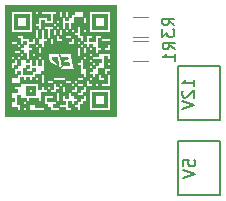
<source format=gbo>
G04 #@! TF.FileFunction,Legend,Bot*
%FSLAX46Y46*%
G04 Gerber Fmt 4.6, Leading zero omitted, Abs format (unit mm)*
G04 Created by KiCad (PCBNEW 4.0.6+dfsg1-1) date Mon Feb 26 15:54:24 2018*
%MOMM*%
%LPD*%
G01*
G04 APERTURE LIST*
%ADD10C,0.100000*%
%ADD11C,0.150000*%
%ADD12C,0.200000*%
%ADD13C,0.120000*%
%ADD14C,0.010000*%
G04 APERTURE END LIST*
D10*
D11*
X17922501Y9534447D02*
X17922501Y10105876D01*
X17922501Y9820162D02*
X16922501Y9820162D01*
X17065358Y9915400D01*
X17160596Y10010638D01*
X17208215Y10105876D01*
X17017739Y9153495D02*
X16970120Y9105876D01*
X16922501Y9010638D01*
X16922501Y8772542D01*
X16970120Y8677304D01*
X17017739Y8629685D01*
X17112977Y8582066D01*
X17208215Y8582066D01*
X17351072Y8629685D01*
X17922501Y9201114D01*
X17922501Y8582066D01*
X16922501Y8296352D02*
X17922501Y7963019D01*
X16922501Y7629685D01*
D12*
X16581120Y4902200D02*
X20137120Y4902200D01*
X20137120Y4902200D02*
X20137120Y330200D01*
X20137120Y330200D02*
X16581120Y330200D01*
X16581120Y330200D02*
X16581120Y4902200D01*
X16581120Y6680200D02*
X20137120Y6680200D01*
X20137120Y6680200D02*
X20137120Y11252200D01*
X20137120Y11252200D02*
X16581120Y11252200D01*
X16581120Y11252200D02*
X16581120Y6680200D01*
D13*
X12806120Y13674200D02*
X14006120Y13674200D01*
X14006120Y15434200D02*
X12806120Y15434200D01*
X12806120Y11642200D02*
X14006120Y11642200D01*
X14006120Y13402200D02*
X12806120Y13402200D01*
D14*
G36*
X1976120Y7061200D02*
X11374120Y7061200D01*
X11374120Y9347200D01*
X10866120Y9347200D01*
X10866120Y7569200D01*
X9088120Y7569200D01*
X9088120Y9347200D01*
X10866120Y9347200D01*
X11374120Y9347200D01*
X11374120Y10617200D01*
X10866120Y10617200D01*
X10866120Y9601200D01*
X10104120Y9601200D01*
X10104120Y9855200D01*
X9850120Y9855200D01*
X9850120Y9601200D01*
X9596120Y9601200D01*
X9596120Y9855200D01*
X9850120Y9855200D01*
X10104120Y9855200D01*
X10612120Y9855200D01*
X10612120Y10363200D01*
X10358120Y10363200D01*
X10358120Y10109200D01*
X9850120Y10109200D01*
X9850120Y10617200D01*
X10104120Y10617200D01*
X10104120Y10363200D01*
X10358120Y10363200D01*
X10612120Y10363200D01*
X10612120Y10617200D01*
X10866120Y10617200D01*
X11374120Y10617200D01*
X11374120Y11125200D01*
X10866120Y11125200D01*
X10866120Y10871200D01*
X10612120Y10871200D01*
X10612120Y10617200D01*
X10358120Y10617200D01*
X10358120Y11125200D01*
X10866120Y11125200D01*
X11374120Y11125200D01*
X11374120Y11633200D01*
X10866120Y11633200D01*
X10866120Y11379200D01*
X10612120Y11379200D01*
X10612120Y11633200D01*
X10866120Y11633200D01*
X11374120Y11633200D01*
X11374120Y12395200D01*
X10866120Y12395200D01*
X10866120Y11887200D01*
X10612120Y11887200D01*
X10612120Y12141200D01*
X10358120Y12141200D01*
X10358120Y11125200D01*
X9850120Y11125200D01*
X9850120Y10617200D01*
X9596120Y10617200D01*
X9596120Y10363200D01*
X9342120Y10363200D01*
X9342120Y10109200D01*
X9088120Y10109200D01*
X9088120Y9855200D01*
X9342120Y9855200D01*
X9342120Y9601200D01*
X8834120Y9601200D01*
X8834120Y9093200D01*
X8580120Y9093200D01*
X8580120Y8839200D01*
X8834120Y8839200D01*
X8834120Y8331200D01*
X8580120Y8331200D01*
X8580120Y8077200D01*
X8326120Y8077200D01*
X8326120Y7569200D01*
X8072120Y7569200D01*
X8072120Y7823200D01*
X7818120Y7823200D01*
X7818120Y8077200D01*
X7564120Y8077200D01*
X7564120Y8331200D01*
X7310120Y8331200D01*
X7310120Y7823200D01*
X7564120Y7823200D01*
X7564120Y7569200D01*
X7056120Y7569200D01*
X7056120Y7823200D01*
X6548120Y7823200D01*
X6548120Y7569200D01*
X5786120Y7569200D01*
X5786120Y7823200D01*
X5532120Y7823200D01*
X5278120Y7823200D01*
X5278120Y7569200D01*
X4008120Y7569200D01*
X4008120Y7823200D01*
X3754120Y7823200D01*
X3754120Y7569200D01*
X3500120Y7569200D01*
X3500120Y7823200D01*
X3754120Y7823200D01*
X4008120Y7823200D01*
X4008120Y8077200D01*
X4516120Y8077200D01*
X4516120Y7823200D01*
X5278120Y7823200D01*
X5532120Y7823200D01*
X5532120Y8077200D01*
X5278120Y8077200D01*
X5278120Y8839200D01*
X6040120Y8839200D01*
X6040120Y8585200D01*
X5532120Y8585200D01*
X5532120Y8331200D01*
X6294120Y8331200D01*
X6294120Y9093200D01*
X5786120Y9093200D01*
X5786120Y9347200D01*
X5532120Y9347200D01*
X5532120Y9093200D01*
X5024120Y9093200D01*
X5024120Y8331200D01*
X4770120Y8331200D01*
X4770120Y8585200D01*
X4008120Y8585200D01*
X4008120Y8331200D01*
X3754120Y8331200D01*
X3754120Y8077200D01*
X3500120Y8077200D01*
X3500120Y8331200D01*
X3754120Y8331200D01*
X3754120Y8585200D01*
X3246120Y8585200D01*
X3246120Y8839200D01*
X2992120Y8839200D01*
X2992120Y8077200D01*
X3246120Y8077200D01*
X3246120Y7569200D01*
X2992120Y7569200D01*
X2992120Y7823200D01*
X2484120Y7823200D01*
X2484120Y8331200D01*
X2738120Y8331200D01*
X2738120Y8585200D01*
X2484120Y8585200D01*
X2484120Y9093200D01*
X2992120Y9093200D01*
X2992120Y9347200D01*
X2738120Y9347200D01*
X2738120Y9601200D01*
X3246120Y9601200D01*
X3246120Y9855200D01*
X2484120Y9855200D01*
X2484120Y10363200D01*
X2992120Y10363200D01*
X2992120Y10617200D01*
X2738120Y10617200D01*
X2738120Y11125200D01*
X2484120Y11125200D01*
X2484120Y11633200D01*
X2738120Y11633200D01*
X2738120Y11887200D01*
X2992120Y11887200D01*
X2992120Y12141200D01*
X2738120Y12141200D01*
X2738120Y11887200D01*
X2484120Y11887200D01*
X2484120Y12141200D01*
X2738120Y12141200D01*
X2992120Y12141200D01*
X3246120Y12141200D01*
X3246120Y12395200D01*
X2738120Y12395200D01*
X2738120Y12649200D01*
X3246120Y12649200D01*
X3246120Y12903200D01*
X2992120Y12903200D01*
X2992120Y13157200D01*
X3246120Y13157200D01*
X3246120Y13411200D01*
X2992120Y13411200D01*
X2992120Y13157200D01*
X2484120Y13157200D01*
X2484120Y13411200D01*
X2992120Y13411200D01*
X3246120Y13411200D01*
X3246120Y13665200D01*
X2992120Y13665200D01*
X2992120Y13919200D01*
X3500120Y13919200D01*
X3500120Y13665200D01*
X4008120Y13665200D01*
X4008120Y13411200D01*
X4262120Y13411200D01*
X4262120Y13665200D01*
X4516120Y13665200D01*
X4516120Y14427200D01*
X4770120Y14427200D01*
X4770120Y14681200D01*
X4516120Y14681200D01*
X4516120Y14935200D01*
X4770120Y14935200D01*
X4770120Y15443200D01*
X5532120Y15443200D01*
X5532120Y15189200D01*
X5786120Y15189200D01*
X5786120Y15697200D01*
X5024120Y15697200D01*
X5024120Y15951200D01*
X4770120Y15951200D01*
X4770120Y15697200D01*
X4516120Y15697200D01*
X4516120Y15951200D01*
X4262120Y15951200D01*
X4262120Y14173200D01*
X2484120Y14173200D01*
X2484120Y15951200D01*
X4262120Y15951200D01*
X4516120Y15951200D01*
X4770120Y15951200D01*
X5024120Y15951200D01*
X6294120Y15951200D01*
X6294120Y15697200D01*
X6040120Y15697200D01*
X6040120Y14935200D01*
X6294120Y14935200D01*
X6294120Y14681200D01*
X6548120Y14681200D01*
X6548120Y14427200D01*
X6802120Y14427200D01*
X6802120Y15189200D01*
X6548120Y15189200D01*
X6548120Y14935200D01*
X6294120Y14935200D01*
X6294120Y15189200D01*
X6548120Y15189200D01*
X6802120Y15189200D01*
X6802120Y15443200D01*
X7056120Y15443200D01*
X7056120Y15951200D01*
X6802120Y15951200D01*
X6802120Y15443200D01*
X6548120Y15443200D01*
X6548120Y15951200D01*
X6802120Y15951200D01*
X7056120Y15951200D01*
X7310120Y15951200D01*
X7310120Y15443200D01*
X7564120Y15443200D01*
X7564120Y15697200D01*
X7818120Y15697200D01*
X7818120Y15951200D01*
X8580120Y15951200D01*
X8580120Y15443200D01*
X7818120Y15443200D01*
X7818120Y14935200D01*
X7564120Y14935200D01*
X7564120Y14427200D01*
X7818120Y14427200D01*
X7818120Y14173200D01*
X8072120Y14173200D01*
X8072120Y14681200D01*
X8326120Y14681200D01*
X8326120Y13919200D01*
X8580120Y13919200D01*
X8580120Y13411200D01*
X8834120Y13411200D01*
X8834120Y13919200D01*
X9342120Y13919200D01*
X9342120Y13665200D01*
X9088120Y13665200D01*
X9088120Y13411200D01*
X9596120Y13411200D01*
X9596120Y13919200D01*
X10104120Y13919200D01*
X10104120Y13665200D01*
X9850120Y13665200D01*
X9850120Y12903200D01*
X10104120Y12903200D01*
X10104120Y12649200D01*
X9850120Y12649200D01*
X9850120Y12395200D01*
X10866120Y12395200D01*
X11374120Y12395200D01*
X11374120Y13157200D01*
X10866120Y13157200D01*
X10866120Y12649200D01*
X10358120Y12649200D01*
X10358120Y12903200D01*
X10612120Y12903200D01*
X10612120Y13157200D01*
X10866120Y13157200D01*
X11374120Y13157200D01*
X11374120Y13665200D01*
X10866120Y13665200D01*
X10866120Y13411200D01*
X10104120Y13411200D01*
X10104120Y13665200D01*
X10866120Y13665200D01*
X11374120Y13665200D01*
X11374120Y15951200D01*
X10866120Y15951200D01*
X10866120Y14173200D01*
X9088120Y14173200D01*
X9088120Y14427200D01*
X8834120Y14427200D01*
X8834120Y14173200D01*
X8580120Y14173200D01*
X8580120Y14427200D01*
X8834120Y14427200D01*
X9088120Y14427200D01*
X9088120Y15443200D01*
X8834120Y15443200D01*
X8834120Y14935200D01*
X8580120Y14935200D01*
X8580120Y15443200D01*
X8834120Y15443200D01*
X9088120Y15443200D01*
X9088120Y15951200D01*
X10866120Y15951200D01*
X11374120Y15951200D01*
X11374120Y16459200D01*
X1976120Y16459200D01*
X1976120Y7061200D01*
X1976120Y7061200D01*
G37*
X1976120Y7061200D02*
X11374120Y7061200D01*
X11374120Y9347200D01*
X10866120Y9347200D01*
X10866120Y7569200D01*
X9088120Y7569200D01*
X9088120Y9347200D01*
X10866120Y9347200D01*
X11374120Y9347200D01*
X11374120Y10617200D01*
X10866120Y10617200D01*
X10866120Y9601200D01*
X10104120Y9601200D01*
X10104120Y9855200D01*
X9850120Y9855200D01*
X9850120Y9601200D01*
X9596120Y9601200D01*
X9596120Y9855200D01*
X9850120Y9855200D01*
X10104120Y9855200D01*
X10612120Y9855200D01*
X10612120Y10363200D01*
X10358120Y10363200D01*
X10358120Y10109200D01*
X9850120Y10109200D01*
X9850120Y10617200D01*
X10104120Y10617200D01*
X10104120Y10363200D01*
X10358120Y10363200D01*
X10612120Y10363200D01*
X10612120Y10617200D01*
X10866120Y10617200D01*
X11374120Y10617200D01*
X11374120Y11125200D01*
X10866120Y11125200D01*
X10866120Y10871200D01*
X10612120Y10871200D01*
X10612120Y10617200D01*
X10358120Y10617200D01*
X10358120Y11125200D01*
X10866120Y11125200D01*
X11374120Y11125200D01*
X11374120Y11633200D01*
X10866120Y11633200D01*
X10866120Y11379200D01*
X10612120Y11379200D01*
X10612120Y11633200D01*
X10866120Y11633200D01*
X11374120Y11633200D01*
X11374120Y12395200D01*
X10866120Y12395200D01*
X10866120Y11887200D01*
X10612120Y11887200D01*
X10612120Y12141200D01*
X10358120Y12141200D01*
X10358120Y11125200D01*
X9850120Y11125200D01*
X9850120Y10617200D01*
X9596120Y10617200D01*
X9596120Y10363200D01*
X9342120Y10363200D01*
X9342120Y10109200D01*
X9088120Y10109200D01*
X9088120Y9855200D01*
X9342120Y9855200D01*
X9342120Y9601200D01*
X8834120Y9601200D01*
X8834120Y9093200D01*
X8580120Y9093200D01*
X8580120Y8839200D01*
X8834120Y8839200D01*
X8834120Y8331200D01*
X8580120Y8331200D01*
X8580120Y8077200D01*
X8326120Y8077200D01*
X8326120Y7569200D01*
X8072120Y7569200D01*
X8072120Y7823200D01*
X7818120Y7823200D01*
X7818120Y8077200D01*
X7564120Y8077200D01*
X7564120Y8331200D01*
X7310120Y8331200D01*
X7310120Y7823200D01*
X7564120Y7823200D01*
X7564120Y7569200D01*
X7056120Y7569200D01*
X7056120Y7823200D01*
X6548120Y7823200D01*
X6548120Y7569200D01*
X5786120Y7569200D01*
X5786120Y7823200D01*
X5532120Y7823200D01*
X5278120Y7823200D01*
X5278120Y7569200D01*
X4008120Y7569200D01*
X4008120Y7823200D01*
X3754120Y7823200D01*
X3754120Y7569200D01*
X3500120Y7569200D01*
X3500120Y7823200D01*
X3754120Y7823200D01*
X4008120Y7823200D01*
X4008120Y8077200D01*
X4516120Y8077200D01*
X4516120Y7823200D01*
X5278120Y7823200D01*
X5532120Y7823200D01*
X5532120Y8077200D01*
X5278120Y8077200D01*
X5278120Y8839200D01*
X6040120Y8839200D01*
X6040120Y8585200D01*
X5532120Y8585200D01*
X5532120Y8331200D01*
X6294120Y8331200D01*
X6294120Y9093200D01*
X5786120Y9093200D01*
X5786120Y9347200D01*
X5532120Y9347200D01*
X5532120Y9093200D01*
X5024120Y9093200D01*
X5024120Y8331200D01*
X4770120Y8331200D01*
X4770120Y8585200D01*
X4008120Y8585200D01*
X4008120Y8331200D01*
X3754120Y8331200D01*
X3754120Y8077200D01*
X3500120Y8077200D01*
X3500120Y8331200D01*
X3754120Y8331200D01*
X3754120Y8585200D01*
X3246120Y8585200D01*
X3246120Y8839200D01*
X2992120Y8839200D01*
X2992120Y8077200D01*
X3246120Y8077200D01*
X3246120Y7569200D01*
X2992120Y7569200D01*
X2992120Y7823200D01*
X2484120Y7823200D01*
X2484120Y8331200D01*
X2738120Y8331200D01*
X2738120Y8585200D01*
X2484120Y8585200D01*
X2484120Y9093200D01*
X2992120Y9093200D01*
X2992120Y9347200D01*
X2738120Y9347200D01*
X2738120Y9601200D01*
X3246120Y9601200D01*
X3246120Y9855200D01*
X2484120Y9855200D01*
X2484120Y10363200D01*
X2992120Y10363200D01*
X2992120Y10617200D01*
X2738120Y10617200D01*
X2738120Y11125200D01*
X2484120Y11125200D01*
X2484120Y11633200D01*
X2738120Y11633200D01*
X2738120Y11887200D01*
X2992120Y11887200D01*
X2992120Y12141200D01*
X2738120Y12141200D01*
X2738120Y11887200D01*
X2484120Y11887200D01*
X2484120Y12141200D01*
X2738120Y12141200D01*
X2992120Y12141200D01*
X3246120Y12141200D01*
X3246120Y12395200D01*
X2738120Y12395200D01*
X2738120Y12649200D01*
X3246120Y12649200D01*
X3246120Y12903200D01*
X2992120Y12903200D01*
X2992120Y13157200D01*
X3246120Y13157200D01*
X3246120Y13411200D01*
X2992120Y13411200D01*
X2992120Y13157200D01*
X2484120Y13157200D01*
X2484120Y13411200D01*
X2992120Y13411200D01*
X3246120Y13411200D01*
X3246120Y13665200D01*
X2992120Y13665200D01*
X2992120Y13919200D01*
X3500120Y13919200D01*
X3500120Y13665200D01*
X4008120Y13665200D01*
X4008120Y13411200D01*
X4262120Y13411200D01*
X4262120Y13665200D01*
X4516120Y13665200D01*
X4516120Y14427200D01*
X4770120Y14427200D01*
X4770120Y14681200D01*
X4516120Y14681200D01*
X4516120Y14935200D01*
X4770120Y14935200D01*
X4770120Y15443200D01*
X5532120Y15443200D01*
X5532120Y15189200D01*
X5786120Y15189200D01*
X5786120Y15697200D01*
X5024120Y15697200D01*
X5024120Y15951200D01*
X4770120Y15951200D01*
X4770120Y15697200D01*
X4516120Y15697200D01*
X4516120Y15951200D01*
X4262120Y15951200D01*
X4262120Y14173200D01*
X2484120Y14173200D01*
X2484120Y15951200D01*
X4262120Y15951200D01*
X4516120Y15951200D01*
X4770120Y15951200D01*
X5024120Y15951200D01*
X6294120Y15951200D01*
X6294120Y15697200D01*
X6040120Y15697200D01*
X6040120Y14935200D01*
X6294120Y14935200D01*
X6294120Y14681200D01*
X6548120Y14681200D01*
X6548120Y14427200D01*
X6802120Y14427200D01*
X6802120Y15189200D01*
X6548120Y15189200D01*
X6548120Y14935200D01*
X6294120Y14935200D01*
X6294120Y15189200D01*
X6548120Y15189200D01*
X6802120Y15189200D01*
X6802120Y15443200D01*
X7056120Y15443200D01*
X7056120Y15951200D01*
X6802120Y15951200D01*
X6802120Y15443200D01*
X6548120Y15443200D01*
X6548120Y15951200D01*
X6802120Y15951200D01*
X7056120Y15951200D01*
X7310120Y15951200D01*
X7310120Y15443200D01*
X7564120Y15443200D01*
X7564120Y15697200D01*
X7818120Y15697200D01*
X7818120Y15951200D01*
X8580120Y15951200D01*
X8580120Y15443200D01*
X7818120Y15443200D01*
X7818120Y14935200D01*
X7564120Y14935200D01*
X7564120Y14427200D01*
X7818120Y14427200D01*
X7818120Y14173200D01*
X8072120Y14173200D01*
X8072120Y14681200D01*
X8326120Y14681200D01*
X8326120Y13919200D01*
X8580120Y13919200D01*
X8580120Y13411200D01*
X8834120Y13411200D01*
X8834120Y13919200D01*
X9342120Y13919200D01*
X9342120Y13665200D01*
X9088120Y13665200D01*
X9088120Y13411200D01*
X9596120Y13411200D01*
X9596120Y13919200D01*
X10104120Y13919200D01*
X10104120Y13665200D01*
X9850120Y13665200D01*
X9850120Y12903200D01*
X10104120Y12903200D01*
X10104120Y12649200D01*
X9850120Y12649200D01*
X9850120Y12395200D01*
X10866120Y12395200D01*
X11374120Y12395200D01*
X11374120Y13157200D01*
X10866120Y13157200D01*
X10866120Y12649200D01*
X10358120Y12649200D01*
X10358120Y12903200D01*
X10612120Y12903200D01*
X10612120Y13157200D01*
X10866120Y13157200D01*
X11374120Y13157200D01*
X11374120Y13665200D01*
X10866120Y13665200D01*
X10866120Y13411200D01*
X10104120Y13411200D01*
X10104120Y13665200D01*
X10866120Y13665200D01*
X11374120Y13665200D01*
X11374120Y15951200D01*
X10866120Y15951200D01*
X10866120Y14173200D01*
X9088120Y14173200D01*
X9088120Y14427200D01*
X8834120Y14427200D01*
X8834120Y14173200D01*
X8580120Y14173200D01*
X8580120Y14427200D01*
X8834120Y14427200D01*
X9088120Y14427200D01*
X9088120Y15443200D01*
X8834120Y15443200D01*
X8834120Y14935200D01*
X8580120Y14935200D01*
X8580120Y15443200D01*
X8834120Y15443200D01*
X9088120Y15443200D01*
X9088120Y15951200D01*
X10866120Y15951200D01*
X11374120Y15951200D01*
X11374120Y16459200D01*
X1976120Y16459200D01*
X1976120Y7061200D01*
G36*
X9342120Y7823200D02*
X10612120Y7823200D01*
X10612120Y8839200D01*
X10358120Y8839200D01*
X10358120Y8077200D01*
X9596120Y8077200D01*
X9596120Y8839200D01*
X10358120Y8839200D01*
X10612120Y8839200D01*
X10612120Y9093200D01*
X9342120Y9093200D01*
X9342120Y7823200D01*
X9342120Y7823200D01*
G37*
X9342120Y7823200D02*
X10612120Y7823200D01*
X10612120Y8839200D01*
X10358120Y8839200D01*
X10358120Y8077200D01*
X9596120Y8077200D01*
X9596120Y8839200D01*
X10358120Y8839200D01*
X10612120Y8839200D01*
X10612120Y9093200D01*
X9342120Y9093200D01*
X9342120Y7823200D01*
G36*
X7818120Y8077200D02*
X8072120Y8077200D01*
X8072120Y8331200D01*
X7818120Y8331200D01*
X7818120Y8077200D01*
X7818120Y8077200D01*
G37*
X7818120Y8077200D02*
X8072120Y8077200D01*
X8072120Y8331200D01*
X7818120Y8331200D01*
X7818120Y8077200D01*
G36*
X2738120Y11125200D02*
X2992120Y11125200D01*
X2992120Y11379200D01*
X2738120Y11379200D01*
X2738120Y11125200D01*
X2738120Y11125200D01*
G37*
X2738120Y11125200D02*
X2992120Y11125200D01*
X2992120Y11379200D01*
X2738120Y11379200D01*
X2738120Y11125200D01*
G36*
X2992120Y11379200D02*
X3246120Y11379200D01*
X3246120Y11887200D01*
X2992120Y11887200D01*
X2992120Y11379200D01*
X2992120Y11379200D01*
G37*
X2992120Y11379200D02*
X3246120Y11379200D01*
X3246120Y11887200D01*
X2992120Y11887200D01*
X2992120Y11379200D01*
G36*
X3754120Y11633200D02*
X4008120Y11633200D01*
X4008120Y11887200D01*
X3754120Y11887200D01*
X3754120Y11633200D01*
X3754120Y11633200D01*
G37*
X3754120Y11633200D02*
X4008120Y11633200D01*
X4008120Y11887200D01*
X3754120Y11887200D01*
X3754120Y11633200D01*
G36*
X3500120Y12141200D02*
X3246120Y12141200D01*
X3246120Y11887200D01*
X3754120Y11887200D01*
X3754120Y12395200D01*
X3500120Y12395200D01*
X3500120Y12141200D01*
X3500120Y12141200D01*
G37*
X3500120Y12141200D02*
X3246120Y12141200D01*
X3246120Y11887200D01*
X3754120Y11887200D01*
X3754120Y12395200D01*
X3500120Y12395200D01*
X3500120Y12141200D01*
G36*
X3246120Y12395200D02*
X3500120Y12395200D01*
X3500120Y12649200D01*
X3246120Y12649200D01*
X3246120Y12395200D01*
X3246120Y12395200D01*
G37*
X3246120Y12395200D02*
X3500120Y12395200D01*
X3500120Y12649200D01*
X3246120Y12649200D01*
X3246120Y12395200D01*
G36*
X4262120Y10363200D02*
X4262120Y10109200D01*
X4008120Y10109200D01*
X4008120Y10363200D01*
X3754120Y10363200D01*
X3754120Y10109200D01*
X3500120Y10109200D01*
X3500120Y10363200D01*
X3246120Y10363200D01*
X3246120Y9855200D01*
X4770120Y9855200D01*
X4770120Y9347200D01*
X5024120Y9347200D01*
X5024120Y9601200D01*
X5278120Y9601200D01*
X5278120Y9347200D01*
X5532120Y9347200D01*
X5532120Y9601200D01*
X5786120Y9601200D01*
X5786120Y9347200D01*
X6040120Y9347200D01*
X6040120Y9855200D01*
X6294120Y9855200D01*
X6294120Y9601200D01*
X6548120Y9601200D01*
X6548120Y9347200D01*
X6294120Y9347200D01*
X6294120Y9093200D01*
X6548120Y9093200D01*
X6548120Y8331200D01*
X6294120Y8331200D01*
X6294120Y8077200D01*
X6040120Y8077200D01*
X6040120Y7823200D01*
X6548120Y7823200D01*
X6548120Y8077200D01*
X7056120Y8077200D01*
X7056120Y8331200D01*
X6802120Y8331200D01*
X6802120Y8839200D01*
X7056120Y8839200D01*
X7056120Y8585200D01*
X7310120Y8585200D01*
X7310120Y9093200D01*
X7564120Y9093200D01*
X7564120Y8839200D01*
X7818120Y8839200D01*
X7818120Y8585200D01*
X8072120Y8585200D01*
X8072120Y8331200D01*
X8326120Y8331200D01*
X8326120Y8585200D01*
X8580120Y8585200D01*
X8580120Y8839200D01*
X8072120Y8839200D01*
X8072120Y9093200D01*
X8326120Y9093200D01*
X8326120Y9347200D01*
X8580120Y9347200D01*
X8580120Y9601200D01*
X8834120Y9601200D01*
X8834120Y9855200D01*
X8580120Y9855200D01*
X8580120Y9601200D01*
X8072120Y9601200D01*
X8072120Y9093200D01*
X7564120Y9093200D01*
X7564120Y9347200D01*
X7818120Y9347200D01*
X7818120Y9601200D01*
X7564120Y9601200D01*
X7056120Y9601200D01*
X7056120Y9093200D01*
X6802120Y9093200D01*
X6802120Y9601200D01*
X7056120Y9601200D01*
X7564120Y9601200D01*
X7564120Y9855200D01*
X7818120Y9855200D01*
X7818120Y10109200D01*
X7564120Y10109200D01*
X7564120Y9855200D01*
X7056120Y9855200D01*
X6802120Y9855200D01*
X6802120Y9601200D01*
X6548120Y9601200D01*
X6548120Y9855200D01*
X6802120Y9855200D01*
X7056120Y9855200D01*
X7056120Y10109200D01*
X7564120Y10109200D01*
X7818120Y10109200D01*
X8072120Y10109200D01*
X8072120Y9855200D01*
X8580120Y9855200D01*
X8834120Y9855200D01*
X8834120Y10109200D01*
X9088120Y10109200D01*
X9088120Y10363200D01*
X9342120Y10363200D01*
X9342120Y10617200D01*
X9088120Y10617200D01*
X9088120Y10871200D01*
X9342120Y10871200D01*
X9342120Y11125200D01*
X9596120Y11125200D01*
X9596120Y11379200D01*
X9850120Y11379200D01*
X9850120Y11633200D01*
X9596120Y11633200D01*
X9596120Y11379200D01*
X9342120Y11379200D01*
X9342120Y11125200D01*
X9088120Y11125200D01*
X8834120Y11125200D01*
X8834120Y10363200D01*
X8580120Y10363200D01*
X8580120Y10109200D01*
X8072120Y10109200D01*
X8072120Y10363200D01*
X7056120Y10363200D01*
X7056120Y10109200D01*
X6040120Y10109200D01*
X6040120Y9855200D01*
X5532120Y9855200D01*
X5532120Y10109200D01*
X6040120Y10109200D01*
X6040120Y10363200D01*
X7056120Y10363200D01*
X8072120Y10363200D01*
X8580120Y10363200D01*
X8580120Y10617200D01*
X8326120Y10617200D01*
X5278120Y10617200D01*
X5278120Y9855200D01*
X5024120Y9855200D01*
X5024120Y10363200D01*
X4770120Y10363200D01*
X4770120Y10109200D01*
X4516120Y10109200D01*
X4516120Y10363200D01*
X4770120Y10363200D01*
X5024120Y10363200D01*
X5024120Y10617200D01*
X5278120Y10617200D01*
X8326120Y10617200D01*
X8326120Y11010900D01*
X7769339Y11010900D01*
X7155555Y11011095D01*
X7032815Y11011322D01*
X6917680Y11011896D01*
X6812673Y11012781D01*
X6720314Y11013937D01*
X6643126Y11015326D01*
X6583630Y11016911D01*
X6544348Y11018652D01*
X6527801Y11020512D01*
X6527595Y11020620D01*
X6521856Y11034723D01*
X6511550Y11070943D01*
X6497339Y11126541D01*
X6479880Y11198778D01*
X6459832Y11284913D01*
X6437854Y11382208D01*
X6414606Y11487923D01*
X6409275Y11512550D01*
X6385970Y11620362D01*
X6364158Y11720921D01*
X6344458Y11811396D01*
X6327491Y11888953D01*
X6313876Y11950761D01*
X6304233Y11993986D01*
X6299184Y12015798D01*
X6298770Y12017375D01*
X6293894Y12026135D01*
X6282510Y12032260D01*
X6260700Y12036209D01*
X6224543Y12038441D01*
X6170123Y12039417D01*
X6109115Y12039600D01*
X6033122Y12039035D01*
X5979710Y12037176D01*
X5946082Y12033781D01*
X5929440Y12028607D01*
X5926401Y12023725D01*
X5929107Y12004574D01*
X5935801Y11967497D01*
X5945211Y11919422D01*
X5948626Y11902659D01*
X5970270Y11797467D01*
X6121768Y11712159D01*
X6273265Y11626850D01*
X6310901Y11451917D01*
X6324006Y11388639D01*
X6334222Y11334647D01*
X6340748Y11294569D01*
X6342782Y11273032D01*
X6342288Y11270735D01*
X6330406Y11275240D01*
X6299607Y11290177D01*
X6253241Y11313752D01*
X6194656Y11344173D01*
X6127202Y11379648D01*
X6054227Y11418384D01*
X5979080Y11458588D01*
X5905110Y11498468D01*
X5835665Y11536231D01*
X5774095Y11570084D01*
X5723749Y11598235D01*
X5687974Y11618890D01*
X5670121Y11630259D01*
X5669221Y11631028D01*
X5664004Y11645470D01*
X5654420Y11681043D01*
X5641374Y11734029D01*
X5625770Y11800711D01*
X5608512Y11877372D01*
X5601284Y11910291D01*
X5580034Y12009897D01*
X5564732Y12088279D01*
X5556431Y12141200D01*
X5024120Y12141200D01*
X5024120Y11887200D01*
X4770120Y11887200D01*
X4770120Y12141200D01*
X5024120Y12141200D01*
X5556431Y12141200D01*
X5555227Y12148869D01*
X5551367Y12195101D01*
X5553000Y12230406D01*
X5559977Y12258218D01*
X5572145Y12281969D01*
X5584176Y12298662D01*
X5610164Y12331700D01*
X6517819Y12331700D01*
X6622798Y11852275D01*
X6646371Y11744673D01*
X6668414Y11644156D01*
X6688296Y11553594D01*
X6705387Y11475856D01*
X6719055Y11413812D01*
X6728669Y11370329D01*
X6733599Y11348277D01*
X6733939Y11346811D01*
X6730705Y11326597D01*
X6713783Y11292445D01*
X6682162Y11242600D01*
X6636530Y11177650D01*
X6599571Y11125614D01*
X6569312Y11081155D01*
X6548277Y11048130D01*
X6538990Y11030394D01*
X6538934Y11028554D01*
X6548040Y11036062D01*
X6568858Y11060799D01*
X6598546Y11099179D01*
X6634266Y11147614D01*
X6644939Y11162458D01*
X6744970Y11302337D01*
X7054427Y11302669D01*
X7150915Y11302868D01*
X7224894Y11303380D01*
X7279257Y11304427D01*
X7316893Y11306231D01*
X7340695Y11309014D01*
X7353554Y11312998D01*
X7358361Y11318405D01*
X7358007Y11325458D01*
X7357876Y11325972D01*
X7352789Y11348162D01*
X7344211Y11388291D01*
X7333620Y11439387D01*
X7328273Y11465672D01*
X7304678Y11582400D01*
X7045691Y11582400D01*
X6957475Y11582615D01*
X6891687Y11583407D01*
X6845354Y11584994D01*
X6815506Y11587599D01*
X6799173Y11591439D01*
X6793382Y11596737D01*
X6793860Y11601052D01*
X6803397Y11618308D01*
X6824226Y11651862D01*
X6853355Y11697006D01*
X6887793Y11749035D01*
X6890753Y11753452D01*
X6980489Y11887200D01*
X7107205Y11887200D01*
X7160452Y11887734D01*
X7202674Y11889171D01*
X7228486Y11891270D01*
X7233920Y11892925D01*
X7231475Y11907577D01*
X7225215Y11938841D01*
X7220168Y11962775D01*
X7206416Y12026900D01*
X6603119Y12026900D01*
X6574744Y12157075D01*
X6562297Y12213555D01*
X6551294Y12262336D01*
X6543187Y12297051D01*
X6540039Y12309475D01*
X6539676Y12315193D01*
X6543732Y12319840D01*
X6554549Y12323525D01*
X6574467Y12326360D01*
X6605829Y12328455D01*
X6650977Y12329921D01*
X6712252Y12330868D01*
X6791996Y12331406D01*
X6892550Y12331647D01*
X7010815Y12331700D01*
X7118071Y12331435D01*
X7216909Y12330678D01*
X7304555Y12329491D01*
X7378234Y12327932D01*
X7435173Y12326064D01*
X7472598Y12323945D01*
X7487734Y12321636D01*
X7487920Y12321345D01*
X7490535Y12307245D01*
X7498036Y12270739D01*
X7509909Y12214240D01*
X7525638Y12140160D01*
X7544711Y12050914D01*
X7566612Y11948914D01*
X7590827Y11836573D01*
X7616842Y11716304D01*
X7621271Y11695870D01*
X7647794Y11573501D01*
X7672857Y11457834D01*
X7695910Y11351411D01*
X7716400Y11256773D01*
X7733780Y11176465D01*
X7747497Y11113027D01*
X7757002Y11069003D01*
X7761745Y11046934D01*
X7761980Y11045825D01*
X7769339Y11010900D01*
X8326120Y11010900D01*
X8326120Y11379200D01*
X8072120Y11379200D01*
X8072120Y11633200D01*
X8326120Y11633200D01*
X8326120Y11887200D01*
X8580120Y11887200D01*
X8580120Y11125200D01*
X8834120Y11125200D01*
X9088120Y11125200D01*
X9088120Y11379200D01*
X9342120Y11379200D01*
X9342120Y11633200D01*
X9596120Y11633200D01*
X9850120Y11633200D01*
X10104120Y11633200D01*
X10104120Y11887200D01*
X9342120Y11887200D01*
X9342120Y11633200D01*
X9088120Y11633200D01*
X9088120Y11887200D01*
X9342120Y11887200D01*
X9342120Y12141200D01*
X9850120Y12141200D01*
X9850120Y12395200D01*
X9596120Y12395200D01*
X9342120Y12395200D01*
X9342120Y12141200D01*
X9088120Y12141200D01*
X8834120Y12141200D01*
X8834120Y11887200D01*
X8580120Y11887200D01*
X8580120Y12141200D01*
X8834120Y12141200D01*
X9088120Y12141200D01*
X9088120Y12395200D01*
X9342120Y12395200D01*
X9596120Y12395200D01*
X9596120Y12903200D01*
X9342120Y12903200D01*
X9342120Y12649200D01*
X9088120Y12649200D01*
X9088120Y12903200D01*
X9342120Y12903200D01*
X9342120Y13157200D01*
X9088120Y13157200D01*
X9088120Y12903200D01*
X8834120Y12903200D01*
X8834120Y12395200D01*
X8580120Y12395200D01*
X8580120Y12903200D01*
X8834120Y12903200D01*
X8834120Y13157200D01*
X8580120Y13157200D01*
X8580120Y12903200D01*
X8326120Y12903200D01*
X8326120Y12141200D01*
X8072120Y12141200D01*
X8072120Y12903200D01*
X8326120Y12903200D01*
X8326120Y13157200D01*
X8580120Y13157200D01*
X8580120Y13411200D01*
X8326120Y13411200D01*
X8326120Y13157200D01*
X8072120Y13157200D01*
X8072120Y13411200D01*
X8326120Y13411200D01*
X8326120Y13665200D01*
X8072120Y13665200D01*
X7818120Y13665200D01*
X7818120Y13157200D01*
X7310120Y13157200D01*
X7310120Y13411200D01*
X7564120Y13411200D01*
X7564120Y13665200D01*
X7818120Y13665200D01*
X8072120Y13665200D01*
X8072120Y13919200D01*
X7818120Y13919200D01*
X7564120Y13919200D01*
X7564120Y13665200D01*
X7056120Y13665200D01*
X6802120Y13665200D01*
X6802120Y13411200D01*
X6294120Y13411200D01*
X6294120Y13665200D01*
X6040120Y13665200D01*
X6040120Y13157200D01*
X5786120Y13157200D01*
X5786120Y13665200D01*
X6040120Y13665200D01*
X6294120Y13665200D01*
X6294120Y13919200D01*
X6548120Y13919200D01*
X6548120Y13665200D01*
X6802120Y13665200D01*
X7056120Y13665200D01*
X7056120Y13919200D01*
X7564120Y13919200D01*
X7818120Y13919200D01*
X7818120Y14173200D01*
X7564120Y14173200D01*
X7564120Y14427200D01*
X7310120Y14427200D01*
X7310120Y14173200D01*
X7056120Y14173200D01*
X7056120Y14427200D01*
X7310120Y14427200D01*
X7310120Y14935200D01*
X7056120Y14935200D01*
X7056120Y14427200D01*
X6802120Y14427200D01*
X6802120Y13919200D01*
X6548120Y13919200D01*
X6548120Y14427200D01*
X6294120Y14427200D01*
X6294120Y13919200D01*
X6040120Y13919200D01*
X6040120Y14427200D01*
X6294120Y14427200D01*
X6294120Y14681200D01*
X6040120Y14681200D01*
X6040120Y14427200D01*
X5786120Y14427200D01*
X5786120Y13665200D01*
X5532120Y13665200D01*
X5532120Y13411200D01*
X5278120Y13411200D01*
X5278120Y12903200D01*
X5024120Y12903200D01*
X5024120Y12395200D01*
X4770120Y12395200D01*
X4516120Y12395200D01*
X4516120Y12141200D01*
X4262120Y12141200D01*
X4262120Y12395200D01*
X4516120Y12395200D01*
X4770120Y12395200D01*
X4770120Y12903200D01*
X4516120Y12903200D01*
X4516120Y13157200D01*
X4770120Y13157200D01*
X4770120Y13665200D01*
X5024120Y13665200D01*
X5024120Y14427200D01*
X5278120Y14427200D01*
X5278120Y14681200D01*
X6040120Y14681200D01*
X6040120Y14935200D01*
X5278120Y14935200D01*
X5278120Y15189200D01*
X5024120Y15189200D01*
X5024120Y14427200D01*
X4770120Y14427200D01*
X4770120Y13665200D01*
X4516120Y13665200D01*
X4516120Y13157200D01*
X4008120Y13157200D01*
X4008120Y12903200D01*
X4262120Y12903200D01*
X4262120Y12649200D01*
X4008120Y12649200D01*
X4008120Y11887200D01*
X4262120Y11887200D01*
X4262120Y11379200D01*
X4516120Y11379200D01*
X4516120Y11887200D01*
X4770120Y11887200D01*
X4770120Y11379200D01*
X5024120Y11379200D01*
X5024120Y11887200D01*
X5278120Y11887200D01*
X5278120Y10871200D01*
X5024120Y10871200D01*
X5024120Y10617200D01*
X4516120Y10617200D01*
X4516120Y10363200D01*
X4262120Y10363200D01*
X4262120Y10363200D01*
G37*
X4262120Y10363200D02*
X4262120Y10109200D01*
X4008120Y10109200D01*
X4008120Y10363200D01*
X3754120Y10363200D01*
X3754120Y10109200D01*
X3500120Y10109200D01*
X3500120Y10363200D01*
X3246120Y10363200D01*
X3246120Y9855200D01*
X4770120Y9855200D01*
X4770120Y9347200D01*
X5024120Y9347200D01*
X5024120Y9601200D01*
X5278120Y9601200D01*
X5278120Y9347200D01*
X5532120Y9347200D01*
X5532120Y9601200D01*
X5786120Y9601200D01*
X5786120Y9347200D01*
X6040120Y9347200D01*
X6040120Y9855200D01*
X6294120Y9855200D01*
X6294120Y9601200D01*
X6548120Y9601200D01*
X6548120Y9347200D01*
X6294120Y9347200D01*
X6294120Y9093200D01*
X6548120Y9093200D01*
X6548120Y8331200D01*
X6294120Y8331200D01*
X6294120Y8077200D01*
X6040120Y8077200D01*
X6040120Y7823200D01*
X6548120Y7823200D01*
X6548120Y8077200D01*
X7056120Y8077200D01*
X7056120Y8331200D01*
X6802120Y8331200D01*
X6802120Y8839200D01*
X7056120Y8839200D01*
X7056120Y8585200D01*
X7310120Y8585200D01*
X7310120Y9093200D01*
X7564120Y9093200D01*
X7564120Y8839200D01*
X7818120Y8839200D01*
X7818120Y8585200D01*
X8072120Y8585200D01*
X8072120Y8331200D01*
X8326120Y8331200D01*
X8326120Y8585200D01*
X8580120Y8585200D01*
X8580120Y8839200D01*
X8072120Y8839200D01*
X8072120Y9093200D01*
X8326120Y9093200D01*
X8326120Y9347200D01*
X8580120Y9347200D01*
X8580120Y9601200D01*
X8834120Y9601200D01*
X8834120Y9855200D01*
X8580120Y9855200D01*
X8580120Y9601200D01*
X8072120Y9601200D01*
X8072120Y9093200D01*
X7564120Y9093200D01*
X7564120Y9347200D01*
X7818120Y9347200D01*
X7818120Y9601200D01*
X7564120Y9601200D01*
X7056120Y9601200D01*
X7056120Y9093200D01*
X6802120Y9093200D01*
X6802120Y9601200D01*
X7056120Y9601200D01*
X7564120Y9601200D01*
X7564120Y9855200D01*
X7818120Y9855200D01*
X7818120Y10109200D01*
X7564120Y10109200D01*
X7564120Y9855200D01*
X7056120Y9855200D01*
X6802120Y9855200D01*
X6802120Y9601200D01*
X6548120Y9601200D01*
X6548120Y9855200D01*
X6802120Y9855200D01*
X7056120Y9855200D01*
X7056120Y10109200D01*
X7564120Y10109200D01*
X7818120Y10109200D01*
X8072120Y10109200D01*
X8072120Y9855200D01*
X8580120Y9855200D01*
X8834120Y9855200D01*
X8834120Y10109200D01*
X9088120Y10109200D01*
X9088120Y10363200D01*
X9342120Y10363200D01*
X9342120Y10617200D01*
X9088120Y10617200D01*
X9088120Y10871200D01*
X9342120Y10871200D01*
X9342120Y11125200D01*
X9596120Y11125200D01*
X9596120Y11379200D01*
X9850120Y11379200D01*
X9850120Y11633200D01*
X9596120Y11633200D01*
X9596120Y11379200D01*
X9342120Y11379200D01*
X9342120Y11125200D01*
X9088120Y11125200D01*
X8834120Y11125200D01*
X8834120Y10363200D01*
X8580120Y10363200D01*
X8580120Y10109200D01*
X8072120Y10109200D01*
X8072120Y10363200D01*
X7056120Y10363200D01*
X7056120Y10109200D01*
X6040120Y10109200D01*
X6040120Y9855200D01*
X5532120Y9855200D01*
X5532120Y10109200D01*
X6040120Y10109200D01*
X6040120Y10363200D01*
X7056120Y10363200D01*
X8072120Y10363200D01*
X8580120Y10363200D01*
X8580120Y10617200D01*
X8326120Y10617200D01*
X5278120Y10617200D01*
X5278120Y9855200D01*
X5024120Y9855200D01*
X5024120Y10363200D01*
X4770120Y10363200D01*
X4770120Y10109200D01*
X4516120Y10109200D01*
X4516120Y10363200D01*
X4770120Y10363200D01*
X5024120Y10363200D01*
X5024120Y10617200D01*
X5278120Y10617200D01*
X8326120Y10617200D01*
X8326120Y11010900D01*
X7769339Y11010900D01*
X7155555Y11011095D01*
X7032815Y11011322D01*
X6917680Y11011896D01*
X6812673Y11012781D01*
X6720314Y11013937D01*
X6643126Y11015326D01*
X6583630Y11016911D01*
X6544348Y11018652D01*
X6527801Y11020512D01*
X6527595Y11020620D01*
X6521856Y11034723D01*
X6511550Y11070943D01*
X6497339Y11126541D01*
X6479880Y11198778D01*
X6459832Y11284913D01*
X6437854Y11382208D01*
X6414606Y11487923D01*
X6409275Y11512550D01*
X6385970Y11620362D01*
X6364158Y11720921D01*
X6344458Y11811396D01*
X6327491Y11888953D01*
X6313876Y11950761D01*
X6304233Y11993986D01*
X6299184Y12015798D01*
X6298770Y12017375D01*
X6293894Y12026135D01*
X6282510Y12032260D01*
X6260700Y12036209D01*
X6224543Y12038441D01*
X6170123Y12039417D01*
X6109115Y12039600D01*
X6033122Y12039035D01*
X5979710Y12037176D01*
X5946082Y12033781D01*
X5929440Y12028607D01*
X5926401Y12023725D01*
X5929107Y12004574D01*
X5935801Y11967497D01*
X5945211Y11919422D01*
X5948626Y11902659D01*
X5970270Y11797467D01*
X6121768Y11712159D01*
X6273265Y11626850D01*
X6310901Y11451917D01*
X6324006Y11388639D01*
X6334222Y11334647D01*
X6340748Y11294569D01*
X6342782Y11273032D01*
X6342288Y11270735D01*
X6330406Y11275240D01*
X6299607Y11290177D01*
X6253241Y11313752D01*
X6194656Y11344173D01*
X6127202Y11379648D01*
X6054227Y11418384D01*
X5979080Y11458588D01*
X5905110Y11498468D01*
X5835665Y11536231D01*
X5774095Y11570084D01*
X5723749Y11598235D01*
X5687974Y11618890D01*
X5670121Y11630259D01*
X5669221Y11631028D01*
X5664004Y11645470D01*
X5654420Y11681043D01*
X5641374Y11734029D01*
X5625770Y11800711D01*
X5608512Y11877372D01*
X5601284Y11910291D01*
X5580034Y12009897D01*
X5564732Y12088279D01*
X5556431Y12141200D01*
X5024120Y12141200D01*
X5024120Y11887200D01*
X4770120Y11887200D01*
X4770120Y12141200D01*
X5024120Y12141200D01*
X5556431Y12141200D01*
X5555227Y12148869D01*
X5551367Y12195101D01*
X5553000Y12230406D01*
X5559977Y12258218D01*
X5572145Y12281969D01*
X5584176Y12298662D01*
X5610164Y12331700D01*
X6517819Y12331700D01*
X6622798Y11852275D01*
X6646371Y11744673D01*
X6668414Y11644156D01*
X6688296Y11553594D01*
X6705387Y11475856D01*
X6719055Y11413812D01*
X6728669Y11370329D01*
X6733599Y11348277D01*
X6733939Y11346811D01*
X6730705Y11326597D01*
X6713783Y11292445D01*
X6682162Y11242600D01*
X6636530Y11177650D01*
X6599571Y11125614D01*
X6569312Y11081155D01*
X6548277Y11048130D01*
X6538990Y11030394D01*
X6538934Y11028554D01*
X6548040Y11036062D01*
X6568858Y11060799D01*
X6598546Y11099179D01*
X6634266Y11147614D01*
X6644939Y11162458D01*
X6744970Y11302337D01*
X7054427Y11302669D01*
X7150915Y11302868D01*
X7224894Y11303380D01*
X7279257Y11304427D01*
X7316893Y11306231D01*
X7340695Y11309014D01*
X7353554Y11312998D01*
X7358361Y11318405D01*
X7358007Y11325458D01*
X7357876Y11325972D01*
X7352789Y11348162D01*
X7344211Y11388291D01*
X7333620Y11439387D01*
X7328273Y11465672D01*
X7304678Y11582400D01*
X7045691Y11582400D01*
X6957475Y11582615D01*
X6891687Y11583407D01*
X6845354Y11584994D01*
X6815506Y11587599D01*
X6799173Y11591439D01*
X6793382Y11596737D01*
X6793860Y11601052D01*
X6803397Y11618308D01*
X6824226Y11651862D01*
X6853355Y11697006D01*
X6887793Y11749035D01*
X6890753Y11753452D01*
X6980489Y11887200D01*
X7107205Y11887200D01*
X7160452Y11887734D01*
X7202674Y11889171D01*
X7228486Y11891270D01*
X7233920Y11892925D01*
X7231475Y11907577D01*
X7225215Y11938841D01*
X7220168Y11962775D01*
X7206416Y12026900D01*
X6603119Y12026900D01*
X6574744Y12157075D01*
X6562297Y12213555D01*
X6551294Y12262336D01*
X6543187Y12297051D01*
X6540039Y12309475D01*
X6539676Y12315193D01*
X6543732Y12319840D01*
X6554549Y12323525D01*
X6574467Y12326360D01*
X6605829Y12328455D01*
X6650977Y12329921D01*
X6712252Y12330868D01*
X6791996Y12331406D01*
X6892550Y12331647D01*
X7010815Y12331700D01*
X7118071Y12331435D01*
X7216909Y12330678D01*
X7304555Y12329491D01*
X7378234Y12327932D01*
X7435173Y12326064D01*
X7472598Y12323945D01*
X7487734Y12321636D01*
X7487920Y12321345D01*
X7490535Y12307245D01*
X7498036Y12270739D01*
X7509909Y12214240D01*
X7525638Y12140160D01*
X7544711Y12050914D01*
X7566612Y11948914D01*
X7590827Y11836573D01*
X7616842Y11716304D01*
X7621271Y11695870D01*
X7647794Y11573501D01*
X7672857Y11457834D01*
X7695910Y11351411D01*
X7716400Y11256773D01*
X7733780Y11176465D01*
X7747497Y11113027D01*
X7757002Y11069003D01*
X7761745Y11046934D01*
X7761980Y11045825D01*
X7769339Y11010900D01*
X8326120Y11010900D01*
X8326120Y11379200D01*
X8072120Y11379200D01*
X8072120Y11633200D01*
X8326120Y11633200D01*
X8326120Y11887200D01*
X8580120Y11887200D01*
X8580120Y11125200D01*
X8834120Y11125200D01*
X9088120Y11125200D01*
X9088120Y11379200D01*
X9342120Y11379200D01*
X9342120Y11633200D01*
X9596120Y11633200D01*
X9850120Y11633200D01*
X10104120Y11633200D01*
X10104120Y11887200D01*
X9342120Y11887200D01*
X9342120Y11633200D01*
X9088120Y11633200D01*
X9088120Y11887200D01*
X9342120Y11887200D01*
X9342120Y12141200D01*
X9850120Y12141200D01*
X9850120Y12395200D01*
X9596120Y12395200D01*
X9342120Y12395200D01*
X9342120Y12141200D01*
X9088120Y12141200D01*
X8834120Y12141200D01*
X8834120Y11887200D01*
X8580120Y11887200D01*
X8580120Y12141200D01*
X8834120Y12141200D01*
X9088120Y12141200D01*
X9088120Y12395200D01*
X9342120Y12395200D01*
X9596120Y12395200D01*
X9596120Y12903200D01*
X9342120Y12903200D01*
X9342120Y12649200D01*
X9088120Y12649200D01*
X9088120Y12903200D01*
X9342120Y12903200D01*
X9342120Y13157200D01*
X9088120Y13157200D01*
X9088120Y12903200D01*
X8834120Y12903200D01*
X8834120Y12395200D01*
X8580120Y12395200D01*
X8580120Y12903200D01*
X8834120Y12903200D01*
X8834120Y13157200D01*
X8580120Y13157200D01*
X8580120Y12903200D01*
X8326120Y12903200D01*
X8326120Y12141200D01*
X8072120Y12141200D01*
X8072120Y12903200D01*
X8326120Y12903200D01*
X8326120Y13157200D01*
X8580120Y13157200D01*
X8580120Y13411200D01*
X8326120Y13411200D01*
X8326120Y13157200D01*
X8072120Y13157200D01*
X8072120Y13411200D01*
X8326120Y13411200D01*
X8326120Y13665200D01*
X8072120Y13665200D01*
X7818120Y13665200D01*
X7818120Y13157200D01*
X7310120Y13157200D01*
X7310120Y13411200D01*
X7564120Y13411200D01*
X7564120Y13665200D01*
X7818120Y13665200D01*
X8072120Y13665200D01*
X8072120Y13919200D01*
X7818120Y13919200D01*
X7564120Y13919200D01*
X7564120Y13665200D01*
X7056120Y13665200D01*
X6802120Y13665200D01*
X6802120Y13411200D01*
X6294120Y13411200D01*
X6294120Y13665200D01*
X6040120Y13665200D01*
X6040120Y13157200D01*
X5786120Y13157200D01*
X5786120Y13665200D01*
X6040120Y13665200D01*
X6294120Y13665200D01*
X6294120Y13919200D01*
X6548120Y13919200D01*
X6548120Y13665200D01*
X6802120Y13665200D01*
X7056120Y13665200D01*
X7056120Y13919200D01*
X7564120Y13919200D01*
X7818120Y13919200D01*
X7818120Y14173200D01*
X7564120Y14173200D01*
X7564120Y14427200D01*
X7310120Y14427200D01*
X7310120Y14173200D01*
X7056120Y14173200D01*
X7056120Y14427200D01*
X7310120Y14427200D01*
X7310120Y14935200D01*
X7056120Y14935200D01*
X7056120Y14427200D01*
X6802120Y14427200D01*
X6802120Y13919200D01*
X6548120Y13919200D01*
X6548120Y14427200D01*
X6294120Y14427200D01*
X6294120Y13919200D01*
X6040120Y13919200D01*
X6040120Y14427200D01*
X6294120Y14427200D01*
X6294120Y14681200D01*
X6040120Y14681200D01*
X6040120Y14427200D01*
X5786120Y14427200D01*
X5786120Y13665200D01*
X5532120Y13665200D01*
X5532120Y13411200D01*
X5278120Y13411200D01*
X5278120Y12903200D01*
X5024120Y12903200D01*
X5024120Y12395200D01*
X4770120Y12395200D01*
X4516120Y12395200D01*
X4516120Y12141200D01*
X4262120Y12141200D01*
X4262120Y12395200D01*
X4516120Y12395200D01*
X4770120Y12395200D01*
X4770120Y12903200D01*
X4516120Y12903200D01*
X4516120Y13157200D01*
X4770120Y13157200D01*
X4770120Y13665200D01*
X5024120Y13665200D01*
X5024120Y14427200D01*
X5278120Y14427200D01*
X5278120Y14681200D01*
X6040120Y14681200D01*
X6040120Y14935200D01*
X5278120Y14935200D01*
X5278120Y15189200D01*
X5024120Y15189200D01*
X5024120Y14427200D01*
X4770120Y14427200D01*
X4770120Y13665200D01*
X4516120Y13665200D01*
X4516120Y13157200D01*
X4008120Y13157200D01*
X4008120Y12903200D01*
X4262120Y12903200D01*
X4262120Y12649200D01*
X4008120Y12649200D01*
X4008120Y11887200D01*
X4262120Y11887200D01*
X4262120Y11379200D01*
X4516120Y11379200D01*
X4516120Y11887200D01*
X4770120Y11887200D01*
X4770120Y11379200D01*
X5024120Y11379200D01*
X5024120Y11887200D01*
X5278120Y11887200D01*
X5278120Y10871200D01*
X5024120Y10871200D01*
X5024120Y10617200D01*
X4516120Y10617200D01*
X4516120Y10363200D01*
X4262120Y10363200D01*
G36*
X3754120Y8839200D02*
X4516120Y8839200D01*
X4516120Y9347200D01*
X4262120Y9347200D01*
X4262120Y9093200D01*
X4008120Y9093200D01*
X4008120Y9347200D01*
X4262120Y9347200D01*
X4516120Y9347200D01*
X4516120Y9601200D01*
X3754120Y9601200D01*
X3754120Y8839200D01*
X3754120Y8839200D01*
G37*
X3754120Y8839200D02*
X4516120Y8839200D01*
X4516120Y9347200D01*
X4262120Y9347200D01*
X4262120Y9093200D01*
X4008120Y9093200D01*
X4008120Y9347200D01*
X4262120Y9347200D01*
X4516120Y9347200D01*
X4516120Y9601200D01*
X3754120Y9601200D01*
X3754120Y8839200D01*
G36*
X3500120Y10617200D02*
X4262120Y10617200D01*
X4262120Y10871200D01*
X3754120Y10871200D01*
X3754120Y11125200D01*
X3500120Y11125200D01*
X3500120Y10617200D01*
X3500120Y10617200D01*
G37*
X3500120Y10617200D02*
X4262120Y10617200D01*
X4262120Y10871200D01*
X3754120Y10871200D01*
X3754120Y11125200D01*
X3500120Y11125200D01*
X3500120Y10617200D01*
G36*
X4262120Y10871200D02*
X4516120Y10871200D01*
X4516120Y11125200D01*
X4262120Y11125200D01*
X4262120Y10871200D01*
X4262120Y10871200D01*
G37*
X4262120Y10871200D02*
X4516120Y10871200D01*
X4516120Y11125200D01*
X4262120Y11125200D01*
X4262120Y10871200D01*
G36*
X3754120Y11125200D02*
X4008120Y11125200D01*
X4008120Y11379200D01*
X3754120Y11379200D01*
X3754120Y11125200D01*
X3754120Y11125200D01*
G37*
X3754120Y11125200D02*
X4008120Y11125200D01*
X4008120Y11379200D01*
X3754120Y11379200D01*
X3754120Y11125200D01*
G36*
X2992120Y10617200D02*
X3246120Y10617200D01*
X3246120Y10871200D01*
X2992120Y10871200D01*
X2992120Y10617200D01*
X2992120Y10617200D01*
G37*
X2992120Y10617200D02*
X3246120Y10617200D01*
X3246120Y10871200D01*
X2992120Y10871200D01*
X2992120Y10617200D01*
G36*
X3246120Y12903200D02*
X3500120Y12903200D01*
X3500120Y13157200D01*
X3246120Y13157200D01*
X3246120Y12903200D01*
X3246120Y12903200D01*
G37*
X3246120Y12903200D02*
X3500120Y12903200D01*
X3500120Y13157200D01*
X3246120Y13157200D01*
X3246120Y12903200D01*
G36*
X3500120Y13157200D02*
X3754120Y13157200D01*
X3754120Y13411200D01*
X3500120Y13411200D01*
X3500120Y13157200D01*
X3500120Y13157200D01*
G37*
X3500120Y13157200D02*
X3754120Y13157200D01*
X3754120Y13411200D01*
X3500120Y13411200D01*
X3500120Y13157200D01*
G36*
X7056120Y15189200D02*
X7310120Y15189200D01*
X7310120Y15443200D01*
X7056120Y15443200D01*
X7056120Y15189200D01*
X7056120Y15189200D01*
G37*
X7056120Y15189200D02*
X7310120Y15189200D01*
X7310120Y15443200D01*
X7056120Y15443200D01*
X7056120Y15189200D01*
G36*
X9342120Y14427200D02*
X10612120Y14427200D01*
X10612120Y15443200D01*
X10358120Y15443200D01*
X10358120Y14681200D01*
X9596120Y14681200D01*
X9596120Y15443200D01*
X10358120Y15443200D01*
X10612120Y15443200D01*
X10612120Y15697200D01*
X9342120Y15697200D01*
X9342120Y14427200D01*
X9342120Y14427200D01*
G37*
X9342120Y14427200D02*
X10612120Y14427200D01*
X10612120Y15443200D01*
X10358120Y15443200D01*
X10358120Y14681200D01*
X9596120Y14681200D01*
X9596120Y15443200D01*
X10358120Y15443200D01*
X10612120Y15443200D01*
X10612120Y15697200D01*
X9342120Y15697200D01*
X9342120Y14427200D01*
G36*
X2738120Y14427200D02*
X4008120Y14427200D01*
X4008120Y15443200D01*
X3754120Y15443200D01*
X3754120Y14681200D01*
X2992120Y14681200D01*
X2992120Y15443200D01*
X3754120Y15443200D01*
X4008120Y15443200D01*
X4008120Y15697200D01*
X2738120Y15697200D01*
X2738120Y14427200D01*
X2738120Y14427200D01*
G37*
X2738120Y14427200D02*
X4008120Y14427200D01*
X4008120Y15443200D01*
X3754120Y15443200D01*
X3754120Y14681200D01*
X2992120Y14681200D01*
X2992120Y15443200D01*
X3754120Y15443200D01*
X4008120Y15443200D01*
X4008120Y15697200D01*
X2738120Y15697200D01*
X2738120Y14427200D01*
G36*
X7818120Y9601200D02*
X8072120Y9601200D01*
X8072120Y9855200D01*
X7818120Y9855200D01*
X7818120Y9601200D01*
X7818120Y9601200D01*
G37*
X7818120Y9601200D02*
X8072120Y9601200D01*
X8072120Y9855200D01*
X7818120Y9855200D01*
X7818120Y9601200D01*
G36*
X4770120Y12903200D02*
X5024120Y12903200D01*
X5024120Y13157200D01*
X4770120Y13157200D01*
X4770120Y12903200D01*
X4770120Y12903200D01*
G37*
X4770120Y12903200D02*
X5024120Y12903200D01*
X5024120Y13157200D01*
X4770120Y13157200D01*
X4770120Y12903200D01*
G36*
X5278120Y13665200D02*
X5532120Y13665200D01*
X5532120Y14427200D01*
X5278120Y14427200D01*
X5278120Y13665200D01*
X5278120Y13665200D01*
G37*
X5278120Y13665200D02*
X5532120Y13665200D01*
X5532120Y14427200D01*
X5278120Y14427200D01*
X5278120Y13665200D01*
D11*
X17049501Y2806676D02*
X17049501Y3282867D01*
X17525691Y3330486D01*
X17478072Y3282867D01*
X17430453Y3187629D01*
X17430453Y2949533D01*
X17478072Y2854295D01*
X17525691Y2806676D01*
X17620930Y2759057D01*
X17859025Y2759057D01*
X17954263Y2806676D01*
X18001882Y2854295D01*
X18049501Y2949533D01*
X18049501Y3187629D01*
X18001882Y3282867D01*
X17954263Y3330486D01*
X17049501Y2473343D02*
X18049501Y2140010D01*
X17049501Y1806676D01*
X16266421Y14690386D02*
X15790230Y15023720D01*
X16266421Y15261815D02*
X15266421Y15261815D01*
X15266421Y14880862D01*
X15314040Y14785624D01*
X15361659Y14738005D01*
X15456897Y14690386D01*
X15599754Y14690386D01*
X15694992Y14738005D01*
X15742611Y14785624D01*
X15790230Y14880862D01*
X15790230Y15261815D01*
X15266421Y14357053D02*
X15266421Y13738005D01*
X15647373Y14071339D01*
X15647373Y13928481D01*
X15694992Y13833243D01*
X15742611Y13785624D01*
X15837850Y13738005D01*
X16075945Y13738005D01*
X16171183Y13785624D01*
X16218802Y13833243D01*
X16266421Y13928481D01*
X16266421Y14214196D01*
X16218802Y14309434D01*
X16171183Y14357053D01*
X16296901Y12658386D02*
X15820710Y12991720D01*
X16296901Y13229815D02*
X15296901Y13229815D01*
X15296901Y12848862D01*
X15344520Y12753624D01*
X15392139Y12706005D01*
X15487377Y12658386D01*
X15630234Y12658386D01*
X15725472Y12706005D01*
X15773091Y12753624D01*
X15820710Y12848862D01*
X15820710Y13229815D01*
X16296901Y11706005D02*
X16296901Y12277434D01*
X16296901Y11991720D02*
X15296901Y11991720D01*
X15439758Y12086958D01*
X15534996Y12182196D01*
X15582615Y12277434D01*
M02*

</source>
